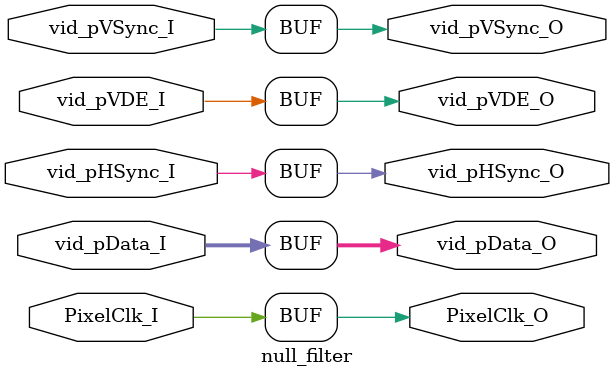
<source format=v>
module null_filter(
    vid_pData_I,
    vid_pHSync_I,
    vid_pVSync_I,
    vid_pVDE_I,
    PixelClk_I,
    vid_pData_O,
    vid_pHSync_O,
    vid_pVSync_O,
    vid_pVDE_O,
    PixelClk_O
    );
    input [23:0] vid_pData_I;
    input vid_pHSync_I;
    input vid_pVSync_I;
    input vid_pVDE_I;
    input PixelClk_I;
    output [23:0] vid_pData_O;
    output vid_pHSync_O;
    output vid_pVSync_O;
    output vid_pVDE_O;
    output PixelClk_O;
    assign vid_pData_O = vid_pData_I;
    assign vid_pVSync_O = vid_pVSync_I;
    assign vid_pHSync_O = vid_pHSync_I;
    assign vid_pVDE_O = vid_pVDE_I;
    assign PixelClk_O = PixelClk_I;
endmodule
</source>
